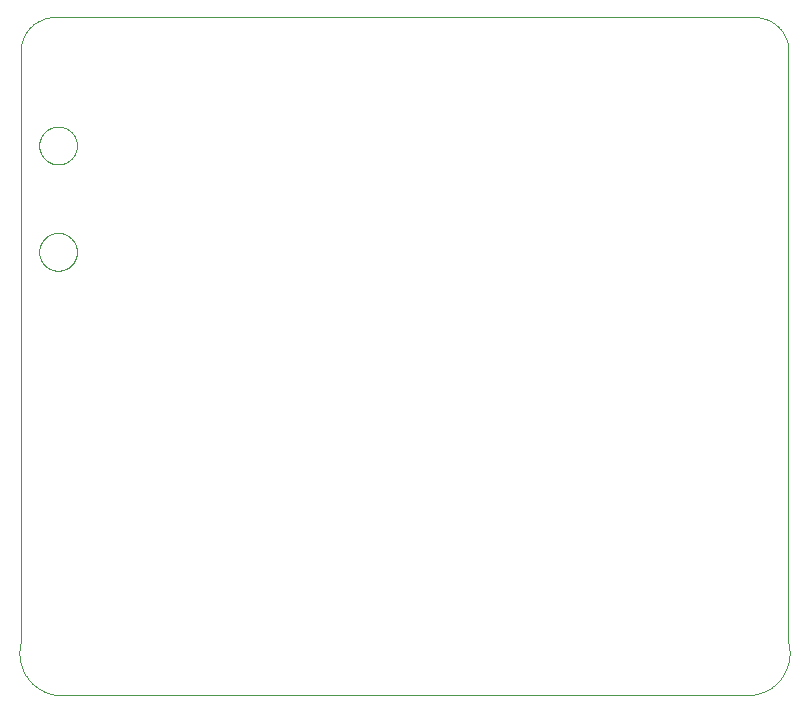
<source format=gbo>
G75*
%MOIN*%
%OFA0B0*%
%FSLAX25Y25*%
%IPPOS*%
%LPD*%
%AMOC8*
5,1,8,0,0,1.08239X$1,22.5*
%
%ADD10C,0.00100*%
%ADD11C,0.00000*%
D10*
X0038731Y0035000D02*
X0270731Y0035000D01*
X0271073Y0035045D01*
X0271413Y0035098D01*
X0271752Y0035160D01*
X0272090Y0035230D01*
X0272425Y0035309D01*
X0272759Y0035395D01*
X0273091Y0035490D01*
X0273420Y0035593D01*
X0273746Y0035704D01*
X0274070Y0035823D01*
X0274390Y0035949D01*
X0274708Y0036084D01*
X0275022Y0036226D01*
X0275332Y0036376D01*
X0275639Y0036534D01*
X0275941Y0036698D01*
X0276240Y0036871D01*
X0276534Y0037050D01*
X0276824Y0037237D01*
X0277109Y0037431D01*
X0277390Y0037632D01*
X0277665Y0037839D01*
X0277935Y0038053D01*
X0278200Y0038274D01*
X0278459Y0038501D01*
X0278713Y0038735D01*
X0278961Y0038974D01*
X0279203Y0039220D01*
X0279438Y0039471D01*
X0279668Y0039728D01*
X0279891Y0039991D01*
X0280108Y0040259D01*
X0280318Y0040532D01*
X0280522Y0040811D01*
X0280718Y0041094D01*
X0280908Y0041382D01*
X0281090Y0041674D01*
X0281265Y0041971D01*
X0281433Y0042272D01*
X0281593Y0042578D01*
X0281746Y0042887D01*
X0281891Y0043199D01*
X0282029Y0043515D01*
X0282159Y0043835D01*
X0282281Y0044157D01*
X0282395Y0044483D01*
X0282501Y0044811D01*
X0282599Y0045141D01*
X0282688Y0045474D01*
X0282770Y0045809D01*
X0282843Y0046146D01*
X0282908Y0046484D01*
X0282965Y0046824D01*
X0283014Y0047166D01*
X0283054Y0047508D01*
X0283085Y0047851D01*
X0283109Y0048195D01*
X0283123Y0048540D01*
X0283130Y0048884D01*
X0283128Y0049229D01*
X0283117Y0049574D01*
X0283098Y0049918D01*
X0283071Y0050261D01*
X0283035Y0050604D01*
X0282991Y0050946D01*
X0282938Y0051287D01*
X0282877Y0051626D01*
X0282808Y0051964D01*
X0282731Y0052300D01*
X0282731Y0248900D01*
X0282745Y0249176D01*
X0282753Y0249453D01*
X0282753Y0249729D01*
X0282747Y0250006D01*
X0282735Y0250282D01*
X0282715Y0250558D01*
X0282689Y0250834D01*
X0282656Y0251109D01*
X0282616Y0251382D01*
X0282569Y0251655D01*
X0282516Y0251927D01*
X0282457Y0252197D01*
X0282390Y0252466D01*
X0282317Y0252733D01*
X0282238Y0252998D01*
X0282152Y0253261D01*
X0282060Y0253521D01*
X0281961Y0253780D01*
X0281856Y0254036D01*
X0281745Y0254289D01*
X0281627Y0254540D01*
X0281504Y0254787D01*
X0281374Y0255032D01*
X0281239Y0255273D01*
X0281097Y0255511D01*
X0280950Y0255745D01*
X0280797Y0255976D01*
X0280639Y0256203D01*
X0280475Y0256426D01*
X0280305Y0256645D01*
X0280131Y0256859D01*
X0279951Y0257069D01*
X0279766Y0257275D01*
X0279576Y0257476D01*
X0279381Y0257673D01*
X0279182Y0257865D01*
X0278977Y0258051D01*
X0278769Y0258233D01*
X0278555Y0258409D01*
X0278338Y0258581D01*
X0278117Y0258746D01*
X0277891Y0258907D01*
X0277662Y0259062D01*
X0277429Y0259211D01*
X0277192Y0259354D01*
X0276952Y0259491D01*
X0276708Y0259623D01*
X0276462Y0259749D01*
X0276212Y0259868D01*
X0275960Y0259982D01*
X0275705Y0260089D01*
X0275447Y0260190D01*
X0275187Y0260284D01*
X0274925Y0260372D01*
X0274660Y0260454D01*
X0274394Y0260529D01*
X0274126Y0260598D01*
X0273856Y0260660D01*
X0273585Y0260715D01*
X0273313Y0260764D01*
X0273039Y0260806D01*
X0272765Y0260841D01*
X0272490Y0260870D01*
X0272214Y0260892D01*
X0271938Y0260907D01*
X0271661Y0260915D01*
X0271384Y0260917D01*
X0271108Y0260912D01*
X0270831Y0260900D01*
X0038831Y0260900D01*
X0038830Y0260900D02*
X0038554Y0260914D01*
X0038277Y0260922D01*
X0038001Y0260922D01*
X0037724Y0260916D01*
X0037448Y0260904D01*
X0037172Y0260884D01*
X0036896Y0260858D01*
X0036621Y0260825D01*
X0036348Y0260785D01*
X0036075Y0260738D01*
X0035803Y0260685D01*
X0035533Y0260626D01*
X0035264Y0260559D01*
X0034997Y0260486D01*
X0034732Y0260407D01*
X0034469Y0260321D01*
X0034209Y0260229D01*
X0033950Y0260130D01*
X0033694Y0260025D01*
X0033441Y0259914D01*
X0033190Y0259796D01*
X0032943Y0259673D01*
X0032698Y0259543D01*
X0032457Y0259408D01*
X0032219Y0259266D01*
X0031985Y0259119D01*
X0031754Y0258966D01*
X0031527Y0258808D01*
X0031304Y0258644D01*
X0031085Y0258474D01*
X0030871Y0258300D01*
X0030661Y0258120D01*
X0030455Y0257935D01*
X0030254Y0257745D01*
X0030057Y0257550D01*
X0029865Y0257351D01*
X0029679Y0257146D01*
X0029497Y0256938D01*
X0029321Y0256724D01*
X0029149Y0256507D01*
X0028984Y0256286D01*
X0028823Y0256060D01*
X0028668Y0255831D01*
X0028519Y0255598D01*
X0028376Y0255361D01*
X0028239Y0255121D01*
X0028107Y0254877D01*
X0027981Y0254631D01*
X0027862Y0254381D01*
X0027748Y0254129D01*
X0027641Y0253874D01*
X0027540Y0253616D01*
X0027446Y0253356D01*
X0027358Y0253094D01*
X0027276Y0252829D01*
X0027201Y0252563D01*
X0027132Y0252295D01*
X0027070Y0252025D01*
X0027015Y0251754D01*
X0026966Y0251482D01*
X0026924Y0251208D01*
X0026889Y0250934D01*
X0026860Y0250659D01*
X0026838Y0250383D01*
X0026823Y0250107D01*
X0026815Y0249830D01*
X0026813Y0249553D01*
X0026818Y0249277D01*
X0026830Y0249000D01*
X0026831Y0249000D02*
X0026831Y0052400D01*
X0026751Y0052064D01*
X0026680Y0051727D01*
X0026617Y0051387D01*
X0026562Y0051047D01*
X0026515Y0050705D01*
X0026477Y0050362D01*
X0026447Y0050018D01*
X0026426Y0049673D01*
X0026413Y0049328D01*
X0026409Y0048983D01*
X0026413Y0048638D01*
X0026426Y0048293D01*
X0026447Y0047949D01*
X0026476Y0047605D01*
X0026514Y0047262D01*
X0026560Y0046920D01*
X0026615Y0046579D01*
X0026678Y0046239D01*
X0026749Y0045902D01*
X0026828Y0045566D01*
X0026916Y0045232D01*
X0027012Y0044900D01*
X0027116Y0044571D01*
X0027228Y0044245D01*
X0027348Y0043921D01*
X0027476Y0043601D01*
X0027611Y0043283D01*
X0027755Y0042969D01*
X0027906Y0042659D01*
X0028064Y0042352D01*
X0028230Y0042050D01*
X0028404Y0041751D01*
X0028584Y0041457D01*
X0028772Y0041168D01*
X0028967Y0040883D01*
X0029169Y0040603D01*
X0029377Y0040328D01*
X0029592Y0040058D01*
X0029814Y0039793D01*
X0030042Y0039534D01*
X0030277Y0039281D01*
X0030518Y0039034D01*
X0030764Y0038792D01*
X0031017Y0038557D01*
X0031275Y0038328D01*
X0031538Y0038105D01*
X0031807Y0037889D01*
X0032082Y0037679D01*
X0032361Y0037476D01*
X0032645Y0037280D01*
X0032934Y0037092D01*
X0033227Y0036910D01*
X0033525Y0036735D01*
X0033827Y0036568D01*
X0034133Y0036409D01*
X0034443Y0036256D01*
X0034756Y0036112D01*
X0035073Y0035975D01*
X0035393Y0035846D01*
X0035717Y0035725D01*
X0036043Y0035612D01*
X0036372Y0035507D01*
X0036703Y0035410D01*
X0037036Y0035321D01*
X0037372Y0035240D01*
X0037709Y0035168D01*
X0038048Y0035104D01*
X0038389Y0035048D01*
X0038731Y0035000D01*
D11*
X0032996Y0182683D02*
X0032998Y0182841D01*
X0033004Y0182999D01*
X0033014Y0183157D01*
X0033028Y0183315D01*
X0033046Y0183472D01*
X0033067Y0183629D01*
X0033093Y0183785D01*
X0033123Y0183941D01*
X0033156Y0184096D01*
X0033194Y0184249D01*
X0033235Y0184402D01*
X0033280Y0184554D01*
X0033329Y0184705D01*
X0033382Y0184854D01*
X0033438Y0185002D01*
X0033498Y0185148D01*
X0033562Y0185293D01*
X0033630Y0185436D01*
X0033701Y0185578D01*
X0033775Y0185718D01*
X0033853Y0185855D01*
X0033935Y0185991D01*
X0034019Y0186125D01*
X0034108Y0186256D01*
X0034199Y0186385D01*
X0034294Y0186512D01*
X0034391Y0186637D01*
X0034492Y0186759D01*
X0034596Y0186878D01*
X0034703Y0186995D01*
X0034813Y0187109D01*
X0034926Y0187220D01*
X0035041Y0187329D01*
X0035159Y0187434D01*
X0035280Y0187536D01*
X0035403Y0187636D01*
X0035529Y0187732D01*
X0035657Y0187825D01*
X0035787Y0187915D01*
X0035920Y0188001D01*
X0036055Y0188085D01*
X0036191Y0188164D01*
X0036330Y0188241D01*
X0036471Y0188313D01*
X0036613Y0188383D01*
X0036757Y0188448D01*
X0036903Y0188510D01*
X0037050Y0188568D01*
X0037199Y0188623D01*
X0037349Y0188674D01*
X0037500Y0188721D01*
X0037652Y0188764D01*
X0037805Y0188803D01*
X0037960Y0188839D01*
X0038115Y0188870D01*
X0038271Y0188898D01*
X0038427Y0188922D01*
X0038584Y0188942D01*
X0038742Y0188958D01*
X0038899Y0188970D01*
X0039058Y0188978D01*
X0039216Y0188982D01*
X0039374Y0188982D01*
X0039532Y0188978D01*
X0039691Y0188970D01*
X0039848Y0188958D01*
X0040006Y0188942D01*
X0040163Y0188922D01*
X0040319Y0188898D01*
X0040475Y0188870D01*
X0040630Y0188839D01*
X0040785Y0188803D01*
X0040938Y0188764D01*
X0041090Y0188721D01*
X0041241Y0188674D01*
X0041391Y0188623D01*
X0041540Y0188568D01*
X0041687Y0188510D01*
X0041833Y0188448D01*
X0041977Y0188383D01*
X0042119Y0188313D01*
X0042260Y0188241D01*
X0042399Y0188164D01*
X0042535Y0188085D01*
X0042670Y0188001D01*
X0042803Y0187915D01*
X0042933Y0187825D01*
X0043061Y0187732D01*
X0043187Y0187636D01*
X0043310Y0187536D01*
X0043431Y0187434D01*
X0043549Y0187329D01*
X0043664Y0187220D01*
X0043777Y0187109D01*
X0043887Y0186995D01*
X0043994Y0186878D01*
X0044098Y0186759D01*
X0044199Y0186637D01*
X0044296Y0186512D01*
X0044391Y0186385D01*
X0044482Y0186256D01*
X0044571Y0186125D01*
X0044655Y0185991D01*
X0044737Y0185855D01*
X0044815Y0185718D01*
X0044889Y0185578D01*
X0044960Y0185436D01*
X0045028Y0185293D01*
X0045092Y0185148D01*
X0045152Y0185002D01*
X0045208Y0184854D01*
X0045261Y0184705D01*
X0045310Y0184554D01*
X0045355Y0184402D01*
X0045396Y0184249D01*
X0045434Y0184096D01*
X0045467Y0183941D01*
X0045497Y0183785D01*
X0045523Y0183629D01*
X0045544Y0183472D01*
X0045562Y0183315D01*
X0045576Y0183157D01*
X0045586Y0182999D01*
X0045592Y0182841D01*
X0045594Y0182683D01*
X0045592Y0182525D01*
X0045586Y0182367D01*
X0045576Y0182209D01*
X0045562Y0182051D01*
X0045544Y0181894D01*
X0045523Y0181737D01*
X0045497Y0181581D01*
X0045467Y0181425D01*
X0045434Y0181270D01*
X0045396Y0181117D01*
X0045355Y0180964D01*
X0045310Y0180812D01*
X0045261Y0180661D01*
X0045208Y0180512D01*
X0045152Y0180364D01*
X0045092Y0180218D01*
X0045028Y0180073D01*
X0044960Y0179930D01*
X0044889Y0179788D01*
X0044815Y0179648D01*
X0044737Y0179511D01*
X0044655Y0179375D01*
X0044571Y0179241D01*
X0044482Y0179110D01*
X0044391Y0178981D01*
X0044296Y0178854D01*
X0044199Y0178729D01*
X0044098Y0178607D01*
X0043994Y0178488D01*
X0043887Y0178371D01*
X0043777Y0178257D01*
X0043664Y0178146D01*
X0043549Y0178037D01*
X0043431Y0177932D01*
X0043310Y0177830D01*
X0043187Y0177730D01*
X0043061Y0177634D01*
X0042933Y0177541D01*
X0042803Y0177451D01*
X0042670Y0177365D01*
X0042535Y0177281D01*
X0042399Y0177202D01*
X0042260Y0177125D01*
X0042119Y0177053D01*
X0041977Y0176983D01*
X0041833Y0176918D01*
X0041687Y0176856D01*
X0041540Y0176798D01*
X0041391Y0176743D01*
X0041241Y0176692D01*
X0041090Y0176645D01*
X0040938Y0176602D01*
X0040785Y0176563D01*
X0040630Y0176527D01*
X0040475Y0176496D01*
X0040319Y0176468D01*
X0040163Y0176444D01*
X0040006Y0176424D01*
X0039848Y0176408D01*
X0039691Y0176396D01*
X0039532Y0176388D01*
X0039374Y0176384D01*
X0039216Y0176384D01*
X0039058Y0176388D01*
X0038899Y0176396D01*
X0038742Y0176408D01*
X0038584Y0176424D01*
X0038427Y0176444D01*
X0038271Y0176468D01*
X0038115Y0176496D01*
X0037960Y0176527D01*
X0037805Y0176563D01*
X0037652Y0176602D01*
X0037500Y0176645D01*
X0037349Y0176692D01*
X0037199Y0176743D01*
X0037050Y0176798D01*
X0036903Y0176856D01*
X0036757Y0176918D01*
X0036613Y0176983D01*
X0036471Y0177053D01*
X0036330Y0177125D01*
X0036191Y0177202D01*
X0036055Y0177281D01*
X0035920Y0177365D01*
X0035787Y0177451D01*
X0035657Y0177541D01*
X0035529Y0177634D01*
X0035403Y0177730D01*
X0035280Y0177830D01*
X0035159Y0177932D01*
X0035041Y0178037D01*
X0034926Y0178146D01*
X0034813Y0178257D01*
X0034703Y0178371D01*
X0034596Y0178488D01*
X0034492Y0178607D01*
X0034391Y0178729D01*
X0034294Y0178854D01*
X0034199Y0178981D01*
X0034108Y0179110D01*
X0034019Y0179241D01*
X0033935Y0179375D01*
X0033853Y0179511D01*
X0033775Y0179648D01*
X0033701Y0179788D01*
X0033630Y0179930D01*
X0033562Y0180073D01*
X0033498Y0180218D01*
X0033438Y0180364D01*
X0033382Y0180512D01*
X0033329Y0180661D01*
X0033280Y0180812D01*
X0033235Y0180964D01*
X0033194Y0181117D01*
X0033156Y0181270D01*
X0033123Y0181425D01*
X0033093Y0181581D01*
X0033067Y0181737D01*
X0033046Y0181894D01*
X0033028Y0182051D01*
X0033014Y0182209D01*
X0033004Y0182367D01*
X0032998Y0182525D01*
X0032996Y0182683D01*
X0032996Y0218117D02*
X0032998Y0218275D01*
X0033004Y0218433D01*
X0033014Y0218591D01*
X0033028Y0218749D01*
X0033046Y0218906D01*
X0033067Y0219063D01*
X0033093Y0219219D01*
X0033123Y0219375D01*
X0033156Y0219530D01*
X0033194Y0219683D01*
X0033235Y0219836D01*
X0033280Y0219988D01*
X0033329Y0220139D01*
X0033382Y0220288D01*
X0033438Y0220436D01*
X0033498Y0220582D01*
X0033562Y0220727D01*
X0033630Y0220870D01*
X0033701Y0221012D01*
X0033775Y0221152D01*
X0033853Y0221289D01*
X0033935Y0221425D01*
X0034019Y0221559D01*
X0034108Y0221690D01*
X0034199Y0221819D01*
X0034294Y0221946D01*
X0034391Y0222071D01*
X0034492Y0222193D01*
X0034596Y0222312D01*
X0034703Y0222429D01*
X0034813Y0222543D01*
X0034926Y0222654D01*
X0035041Y0222763D01*
X0035159Y0222868D01*
X0035280Y0222970D01*
X0035403Y0223070D01*
X0035529Y0223166D01*
X0035657Y0223259D01*
X0035787Y0223349D01*
X0035920Y0223435D01*
X0036055Y0223519D01*
X0036191Y0223598D01*
X0036330Y0223675D01*
X0036471Y0223747D01*
X0036613Y0223817D01*
X0036757Y0223882D01*
X0036903Y0223944D01*
X0037050Y0224002D01*
X0037199Y0224057D01*
X0037349Y0224108D01*
X0037500Y0224155D01*
X0037652Y0224198D01*
X0037805Y0224237D01*
X0037960Y0224273D01*
X0038115Y0224304D01*
X0038271Y0224332D01*
X0038427Y0224356D01*
X0038584Y0224376D01*
X0038742Y0224392D01*
X0038899Y0224404D01*
X0039058Y0224412D01*
X0039216Y0224416D01*
X0039374Y0224416D01*
X0039532Y0224412D01*
X0039691Y0224404D01*
X0039848Y0224392D01*
X0040006Y0224376D01*
X0040163Y0224356D01*
X0040319Y0224332D01*
X0040475Y0224304D01*
X0040630Y0224273D01*
X0040785Y0224237D01*
X0040938Y0224198D01*
X0041090Y0224155D01*
X0041241Y0224108D01*
X0041391Y0224057D01*
X0041540Y0224002D01*
X0041687Y0223944D01*
X0041833Y0223882D01*
X0041977Y0223817D01*
X0042119Y0223747D01*
X0042260Y0223675D01*
X0042399Y0223598D01*
X0042535Y0223519D01*
X0042670Y0223435D01*
X0042803Y0223349D01*
X0042933Y0223259D01*
X0043061Y0223166D01*
X0043187Y0223070D01*
X0043310Y0222970D01*
X0043431Y0222868D01*
X0043549Y0222763D01*
X0043664Y0222654D01*
X0043777Y0222543D01*
X0043887Y0222429D01*
X0043994Y0222312D01*
X0044098Y0222193D01*
X0044199Y0222071D01*
X0044296Y0221946D01*
X0044391Y0221819D01*
X0044482Y0221690D01*
X0044571Y0221559D01*
X0044655Y0221425D01*
X0044737Y0221289D01*
X0044815Y0221152D01*
X0044889Y0221012D01*
X0044960Y0220870D01*
X0045028Y0220727D01*
X0045092Y0220582D01*
X0045152Y0220436D01*
X0045208Y0220288D01*
X0045261Y0220139D01*
X0045310Y0219988D01*
X0045355Y0219836D01*
X0045396Y0219683D01*
X0045434Y0219530D01*
X0045467Y0219375D01*
X0045497Y0219219D01*
X0045523Y0219063D01*
X0045544Y0218906D01*
X0045562Y0218749D01*
X0045576Y0218591D01*
X0045586Y0218433D01*
X0045592Y0218275D01*
X0045594Y0218117D01*
X0045592Y0217959D01*
X0045586Y0217801D01*
X0045576Y0217643D01*
X0045562Y0217485D01*
X0045544Y0217328D01*
X0045523Y0217171D01*
X0045497Y0217015D01*
X0045467Y0216859D01*
X0045434Y0216704D01*
X0045396Y0216551D01*
X0045355Y0216398D01*
X0045310Y0216246D01*
X0045261Y0216095D01*
X0045208Y0215946D01*
X0045152Y0215798D01*
X0045092Y0215652D01*
X0045028Y0215507D01*
X0044960Y0215364D01*
X0044889Y0215222D01*
X0044815Y0215082D01*
X0044737Y0214945D01*
X0044655Y0214809D01*
X0044571Y0214675D01*
X0044482Y0214544D01*
X0044391Y0214415D01*
X0044296Y0214288D01*
X0044199Y0214163D01*
X0044098Y0214041D01*
X0043994Y0213922D01*
X0043887Y0213805D01*
X0043777Y0213691D01*
X0043664Y0213580D01*
X0043549Y0213471D01*
X0043431Y0213366D01*
X0043310Y0213264D01*
X0043187Y0213164D01*
X0043061Y0213068D01*
X0042933Y0212975D01*
X0042803Y0212885D01*
X0042670Y0212799D01*
X0042535Y0212715D01*
X0042399Y0212636D01*
X0042260Y0212559D01*
X0042119Y0212487D01*
X0041977Y0212417D01*
X0041833Y0212352D01*
X0041687Y0212290D01*
X0041540Y0212232D01*
X0041391Y0212177D01*
X0041241Y0212126D01*
X0041090Y0212079D01*
X0040938Y0212036D01*
X0040785Y0211997D01*
X0040630Y0211961D01*
X0040475Y0211930D01*
X0040319Y0211902D01*
X0040163Y0211878D01*
X0040006Y0211858D01*
X0039848Y0211842D01*
X0039691Y0211830D01*
X0039532Y0211822D01*
X0039374Y0211818D01*
X0039216Y0211818D01*
X0039058Y0211822D01*
X0038899Y0211830D01*
X0038742Y0211842D01*
X0038584Y0211858D01*
X0038427Y0211878D01*
X0038271Y0211902D01*
X0038115Y0211930D01*
X0037960Y0211961D01*
X0037805Y0211997D01*
X0037652Y0212036D01*
X0037500Y0212079D01*
X0037349Y0212126D01*
X0037199Y0212177D01*
X0037050Y0212232D01*
X0036903Y0212290D01*
X0036757Y0212352D01*
X0036613Y0212417D01*
X0036471Y0212487D01*
X0036330Y0212559D01*
X0036191Y0212636D01*
X0036055Y0212715D01*
X0035920Y0212799D01*
X0035787Y0212885D01*
X0035657Y0212975D01*
X0035529Y0213068D01*
X0035403Y0213164D01*
X0035280Y0213264D01*
X0035159Y0213366D01*
X0035041Y0213471D01*
X0034926Y0213580D01*
X0034813Y0213691D01*
X0034703Y0213805D01*
X0034596Y0213922D01*
X0034492Y0214041D01*
X0034391Y0214163D01*
X0034294Y0214288D01*
X0034199Y0214415D01*
X0034108Y0214544D01*
X0034019Y0214675D01*
X0033935Y0214809D01*
X0033853Y0214945D01*
X0033775Y0215082D01*
X0033701Y0215222D01*
X0033630Y0215364D01*
X0033562Y0215507D01*
X0033498Y0215652D01*
X0033438Y0215798D01*
X0033382Y0215946D01*
X0033329Y0216095D01*
X0033280Y0216246D01*
X0033235Y0216398D01*
X0033194Y0216551D01*
X0033156Y0216704D01*
X0033123Y0216859D01*
X0033093Y0217015D01*
X0033067Y0217171D01*
X0033046Y0217328D01*
X0033028Y0217485D01*
X0033014Y0217643D01*
X0033004Y0217801D01*
X0032998Y0217959D01*
X0032996Y0218117D01*
M02*

</source>
